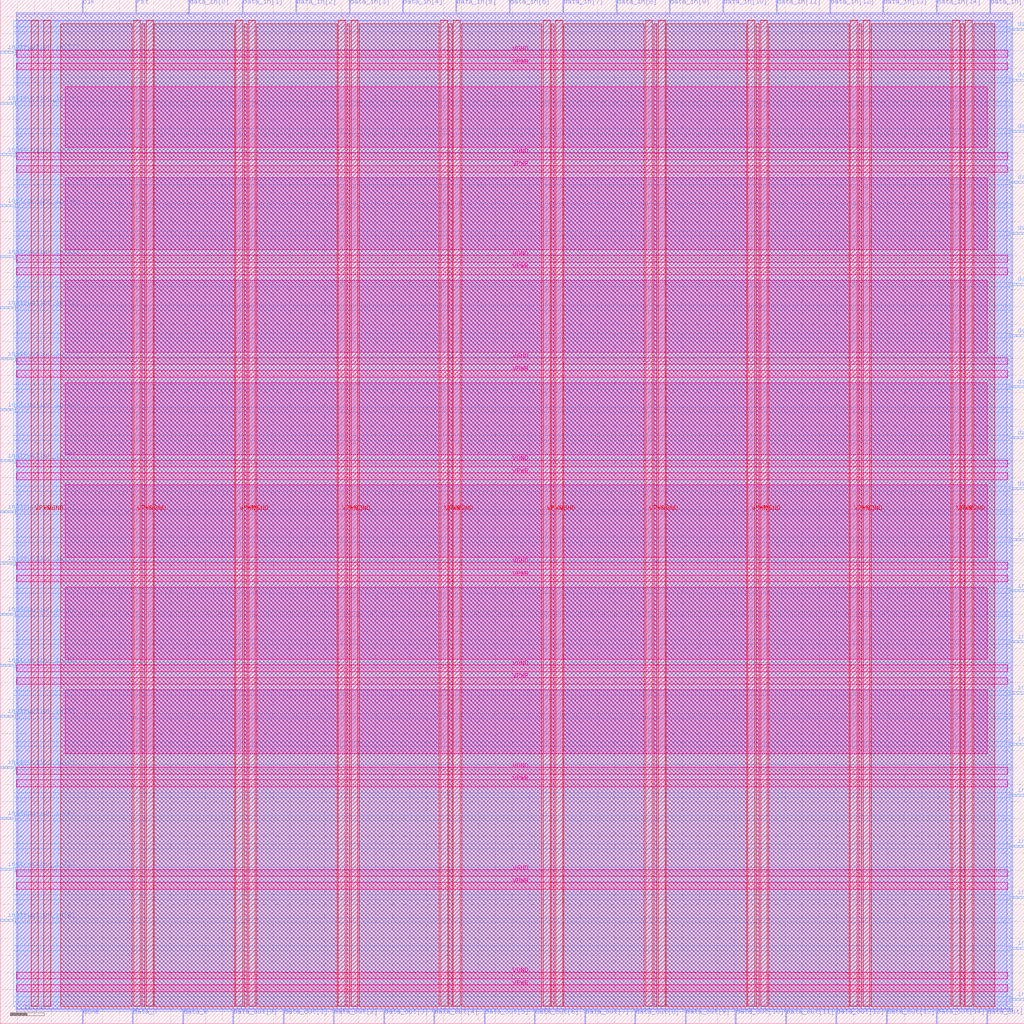
<source format=lef>
VERSION 5.7 ;
  NOWIREEXTENSIONATPIN ON ;
  DIVIDERCHAR "/" ;
  BUSBITCHARS "[]" ;
MACRO simd
  CLASS BLOCK ;
  FOREIGN simd ;
  ORIGIN 0.000 0.000 ;
  SIZE 300.000 BY 300.000 ;
  PIN VGND
    DIRECTION INOUT ;
    USE GROUND ;
    PORT
      LAYER met4 ;
        RECT 12.760 5.200 14.760 294.000 ;
    END
    PORT
      LAYER met4 ;
        RECT 42.760 5.200 44.760 294.000 ;
    END
    PORT
      LAYER met4 ;
        RECT 72.760 5.200 74.760 294.000 ;
    END
    PORT
      LAYER met4 ;
        RECT 102.760 5.200 104.760 294.000 ;
    END
    PORT
      LAYER met4 ;
        RECT 132.760 5.200 134.760 294.000 ;
    END
    PORT
      LAYER met4 ;
        RECT 162.760 5.200 164.760 294.000 ;
    END
    PORT
      LAYER met4 ;
        RECT 192.760 5.200 194.760 294.000 ;
    END
    PORT
      LAYER met4 ;
        RECT 222.760 5.200 224.760 294.000 ;
    END
    PORT
      LAYER met4 ;
        RECT 252.760 5.200 254.760 294.000 ;
    END
    PORT
      LAYER met4 ;
        RECT 282.760 5.200 284.760 294.000 ;
    END
    PORT
      LAYER met5 ;
        RECT 4.820 13.140 295.100 15.140 ;
    END
    PORT
      LAYER met5 ;
        RECT 4.820 43.140 295.100 45.140 ;
    END
    PORT
      LAYER met5 ;
        RECT 4.820 73.140 295.100 75.140 ;
    END
    PORT
      LAYER met5 ;
        RECT 4.820 103.140 295.100 105.140 ;
    END
    PORT
      LAYER met5 ;
        RECT 4.820 133.140 295.100 135.140 ;
    END
    PORT
      LAYER met5 ;
        RECT 4.820 163.140 295.100 165.140 ;
    END
    PORT
      LAYER met5 ;
        RECT 4.820 193.140 295.100 195.140 ;
    END
    PORT
      LAYER met5 ;
        RECT 4.820 223.140 295.100 225.140 ;
    END
    PORT
      LAYER met5 ;
        RECT 4.820 253.140 295.100 255.140 ;
    END
    PORT
      LAYER met5 ;
        RECT 4.820 283.140 295.100 285.140 ;
    END
  END VGND
  PIN VPWR
    DIRECTION INOUT ;
    USE POWER ;
    PORT
      LAYER met4 ;
        RECT 9.060 5.200 11.060 294.000 ;
    END
    PORT
      LAYER met4 ;
        RECT 39.060 5.200 41.060 294.000 ;
    END
    PORT
      LAYER met4 ;
        RECT 69.060 5.200 71.060 294.000 ;
    END
    PORT
      LAYER met4 ;
        RECT 99.060 5.200 101.060 294.000 ;
    END
    PORT
      LAYER met4 ;
        RECT 129.060 5.200 131.060 294.000 ;
    END
    PORT
      LAYER met4 ;
        RECT 159.060 5.200 161.060 294.000 ;
    END
    PORT
      LAYER met4 ;
        RECT 189.060 5.200 191.060 294.000 ;
    END
    PORT
      LAYER met4 ;
        RECT 219.060 5.200 221.060 294.000 ;
    END
    PORT
      LAYER met4 ;
        RECT 249.060 5.200 251.060 294.000 ;
    END
    PORT
      LAYER met4 ;
        RECT 279.060 5.200 281.060 294.000 ;
    END
    PORT
      LAYER met5 ;
        RECT 4.820 9.440 295.100 11.440 ;
    END
    PORT
      LAYER met5 ;
        RECT 4.820 39.440 295.100 41.440 ;
    END
    PORT
      LAYER met5 ;
        RECT 4.820 69.440 295.100 71.440 ;
    END
    PORT
      LAYER met5 ;
        RECT 4.820 99.440 295.100 101.440 ;
    END
    PORT
      LAYER met5 ;
        RECT 4.820 129.440 295.100 131.440 ;
    END
    PORT
      LAYER met5 ;
        RECT 4.820 159.440 295.100 161.440 ;
    END
    PORT
      LAYER met5 ;
        RECT 4.820 189.440 295.100 191.440 ;
    END
    PORT
      LAYER met5 ;
        RECT 4.820 219.440 295.100 221.440 ;
    END
    PORT
      LAYER met5 ;
        RECT 4.820 249.440 295.100 251.440 ;
    END
    PORT
      LAYER met5 ;
        RECT 4.820 279.440 295.100 281.440 ;
    END
  END VPWR
  PIN clk
    DIRECTION INPUT ;
    USE SIGNAL ;
    ANTENNAGATEAREA 0.852000 ;
    PORT
      LAYER met2 ;
        RECT 24.010 296.000 24.290 300.000 ;
    END
  END clk
  PIN data_R
    DIRECTION OUTPUT TRISTATE ;
    USE SIGNAL ;
    ANTENNADIFFAREA 0.340600 ;
    PORT
      LAYER met2 ;
        RECT 38.730 0.000 39.010 4.000 ;
    END
  END data_R
  PIN data_W
    DIRECTION OUTPUT TRISTATE ;
    USE SIGNAL ;
    ANTENNADIFFAREA 0.340600 ;
    PORT
      LAYER met2 ;
        RECT 53.450 0.000 53.730 4.000 ;
    END
  END data_W
  PIN data_address[0]
    DIRECTION OUTPUT TRISTATE ;
    USE SIGNAL ;
    ANTENNADIFFAREA 0.340600 ;
    PORT
      LAYER met3 ;
        RECT 296.000 156.440 300.000 157.040 ;
    END
  END data_address[0]
  PIN data_address[1]
    DIRECTION OUTPUT TRISTATE ;
    USE SIGNAL ;
    ANTENNADIFFAREA 0.340600 ;
    PORT
      LAYER met3 ;
        RECT 296.000 171.400 300.000 172.000 ;
    END
  END data_address[1]
  PIN data_address[2]
    DIRECTION OUTPUT TRISTATE ;
    USE SIGNAL ;
    ANTENNADIFFAREA 0.340600 ;
    PORT
      LAYER met3 ;
        RECT 296.000 186.360 300.000 186.960 ;
    END
  END data_address[2]
  PIN data_address[3]
    DIRECTION OUTPUT TRISTATE ;
    USE SIGNAL ;
    ANTENNADIFFAREA 0.340600 ;
    PORT
      LAYER met3 ;
        RECT 296.000 201.320 300.000 201.920 ;
    END
  END data_address[3]
  PIN data_address[4]
    DIRECTION OUTPUT TRISTATE ;
    USE SIGNAL ;
    ANTENNADIFFAREA 0.340600 ;
    PORT
      LAYER met3 ;
        RECT 296.000 216.280 300.000 216.880 ;
    END
  END data_address[4]
  PIN data_address[5]
    DIRECTION OUTPUT TRISTATE ;
    USE SIGNAL ;
    ANTENNADIFFAREA 0.340600 ;
    PORT
      LAYER met3 ;
        RECT 296.000 231.240 300.000 231.840 ;
    END
  END data_address[5]
  PIN data_address[6]
    DIRECTION OUTPUT TRISTATE ;
    USE SIGNAL ;
    ANTENNADIFFAREA 0.340600 ;
    PORT
      LAYER met3 ;
        RECT 296.000 246.200 300.000 246.800 ;
    END
  END data_address[6]
  PIN data_address[7]
    DIRECTION OUTPUT TRISTATE ;
    USE SIGNAL ;
    ANTENNADIFFAREA 0.340600 ;
    PORT
      LAYER met3 ;
        RECT 296.000 261.160 300.000 261.760 ;
    END
  END data_address[7]
  PIN data_address[8]
    DIRECTION OUTPUT TRISTATE ;
    USE SIGNAL ;
    ANTENNADIFFAREA 0.340600 ;
    PORT
      LAYER met3 ;
        RECT 296.000 276.120 300.000 276.720 ;
    END
  END data_address[8]
  PIN data_address[9]
    DIRECTION OUTPUT TRISTATE ;
    USE SIGNAL ;
    ANTENNADIFFAREA 0.340600 ;
    PORT
      LAYER met3 ;
        RECT 296.000 291.080 300.000 291.680 ;
    END
  END data_address[9]
  PIN data_in[0]
    DIRECTION INPUT ;
    USE SIGNAL ;
    ANTENNAGATEAREA 0.213000 ;
    PORT
      LAYER met2 ;
        RECT 55.290 296.000 55.570 300.000 ;
    END
  END data_in[0]
  PIN data_in[10]
    DIRECTION INPUT ;
    USE SIGNAL ;
    ANTENNAGATEAREA 0.126000 ;
    PORT
      LAYER met2 ;
        RECT 211.690 296.000 211.970 300.000 ;
    END
  END data_in[10]
  PIN data_in[11]
    DIRECTION INPUT ;
    USE SIGNAL ;
    ANTENNAGATEAREA 0.213000 ;
    PORT
      LAYER met2 ;
        RECT 227.330 296.000 227.610 300.000 ;
    END
  END data_in[11]
  PIN data_in[12]
    DIRECTION INPUT ;
    USE SIGNAL ;
    ANTENNAGATEAREA 0.213000 ;
    PORT
      LAYER met2 ;
        RECT 242.970 296.000 243.250 300.000 ;
    END
  END data_in[12]
  PIN data_in[13]
    DIRECTION INPUT ;
    USE SIGNAL ;
    ANTENNAGATEAREA 0.213000 ;
    PORT
      LAYER met2 ;
        RECT 258.610 296.000 258.890 300.000 ;
    END
  END data_in[13]
  PIN data_in[14]
    DIRECTION INPUT ;
    USE SIGNAL ;
    ANTENNAGATEAREA 0.159000 ;
    PORT
      LAYER met2 ;
        RECT 274.250 296.000 274.530 300.000 ;
    END
  END data_in[14]
  PIN data_in[15]
    DIRECTION INPUT ;
    USE SIGNAL ;
    ANTENNAGATEAREA 0.159000 ;
    PORT
      LAYER met2 ;
        RECT 289.890 296.000 290.170 300.000 ;
    END
  END data_in[15]
  PIN data_in[1]
    DIRECTION INPUT ;
    USE SIGNAL ;
    ANTENNAGATEAREA 0.126000 ;
    PORT
      LAYER met2 ;
        RECT 70.930 296.000 71.210 300.000 ;
    END
  END data_in[1]
  PIN data_in[2]
    DIRECTION INPUT ;
    USE SIGNAL ;
    ANTENNAGATEAREA 0.126000 ;
    PORT
      LAYER met2 ;
        RECT 86.570 296.000 86.850 300.000 ;
    END
  END data_in[2]
  PIN data_in[3]
    DIRECTION INPUT ;
    USE SIGNAL ;
    ANTENNAGATEAREA 0.196500 ;
    PORT
      LAYER met2 ;
        RECT 102.210 296.000 102.490 300.000 ;
    END
  END data_in[3]
  PIN data_in[4]
    DIRECTION INPUT ;
    USE SIGNAL ;
    ANTENNAGATEAREA 0.196500 ;
    PORT
      LAYER met2 ;
        RECT 117.850 296.000 118.130 300.000 ;
    END
  END data_in[4]
  PIN data_in[5]
    DIRECTION INPUT ;
    USE SIGNAL ;
    ANTENNAGATEAREA 0.126000 ;
    PORT
      LAYER met2 ;
        RECT 133.490 296.000 133.770 300.000 ;
    END
  END data_in[5]
  PIN data_in[6]
    DIRECTION INPUT ;
    USE SIGNAL ;
    ANTENNAGATEAREA 0.196500 ;
    PORT
      LAYER met2 ;
        RECT 149.130 296.000 149.410 300.000 ;
    END
  END data_in[6]
  PIN data_in[7]
    DIRECTION INPUT ;
    USE SIGNAL ;
    ANTENNAGATEAREA 0.196500 ;
    PORT
      LAYER met2 ;
        RECT 164.770 296.000 165.050 300.000 ;
    END
  END data_in[7]
  PIN data_in[8]
    DIRECTION INPUT ;
    USE SIGNAL ;
    ANTENNAGATEAREA 0.126000 ;
    PORT
      LAYER met2 ;
        RECT 180.410 296.000 180.690 300.000 ;
    END
  END data_in[8]
  PIN data_in[9]
    DIRECTION INPUT ;
    USE SIGNAL ;
    ANTENNAGATEAREA 0.196500 ;
    PORT
      LAYER met2 ;
        RECT 196.050 296.000 196.330 300.000 ;
    END
  END data_in[9]
  PIN data_out[0]
    DIRECTION OUTPUT TRISTATE ;
    USE SIGNAL ;
    ANTENNADIFFAREA 0.340600 ;
    PORT
      LAYER met2 ;
        RECT 68.170 0.000 68.450 4.000 ;
    END
  END data_out[0]
  PIN data_out[10]
    DIRECTION OUTPUT TRISTATE ;
    USE SIGNAL ;
    ANTENNADIFFAREA 0.340600 ;
    PORT
      LAYER met2 ;
        RECT 215.370 0.000 215.650 4.000 ;
    END
  END data_out[10]
  PIN data_out[11]
    DIRECTION OUTPUT TRISTATE ;
    USE SIGNAL ;
    ANTENNADIFFAREA 0.340600 ;
    PORT
      LAYER met2 ;
        RECT 230.090 0.000 230.370 4.000 ;
    END
  END data_out[11]
  PIN data_out[12]
    DIRECTION OUTPUT TRISTATE ;
    USE SIGNAL ;
    ANTENNADIFFAREA 0.340600 ;
    PORT
      LAYER met2 ;
        RECT 244.810 0.000 245.090 4.000 ;
    END
  END data_out[12]
  PIN data_out[13]
    DIRECTION OUTPUT TRISTATE ;
    USE SIGNAL ;
    ANTENNADIFFAREA 0.340600 ;
    PORT
      LAYER met2 ;
        RECT 259.530 0.000 259.810 4.000 ;
    END
  END data_out[13]
  PIN data_out[14]
    DIRECTION OUTPUT TRISTATE ;
    USE SIGNAL ;
    ANTENNADIFFAREA 0.340600 ;
    PORT
      LAYER met2 ;
        RECT 274.250 0.000 274.530 4.000 ;
    END
  END data_out[14]
  PIN data_out[15]
    DIRECTION OUTPUT TRISTATE ;
    USE SIGNAL ;
    ANTENNADIFFAREA 0.340600 ;
    PORT
      LAYER met2 ;
        RECT 288.970 0.000 289.250 4.000 ;
    END
  END data_out[15]
  PIN data_out[1]
    DIRECTION OUTPUT TRISTATE ;
    USE SIGNAL ;
    ANTENNADIFFAREA 0.340600 ;
    PORT
      LAYER met2 ;
        RECT 82.890 0.000 83.170 4.000 ;
    END
  END data_out[1]
  PIN data_out[2]
    DIRECTION OUTPUT TRISTATE ;
    USE SIGNAL ;
    ANTENNADIFFAREA 0.340600 ;
    PORT
      LAYER met2 ;
        RECT 97.610 0.000 97.890 4.000 ;
    END
  END data_out[2]
  PIN data_out[3]
    DIRECTION OUTPUT TRISTATE ;
    USE SIGNAL ;
    ANTENNADIFFAREA 0.340600 ;
    PORT
      LAYER met2 ;
        RECT 112.330 0.000 112.610 4.000 ;
    END
  END data_out[3]
  PIN data_out[4]
    DIRECTION OUTPUT TRISTATE ;
    USE SIGNAL ;
    ANTENNADIFFAREA 0.340600 ;
    PORT
      LAYER met2 ;
        RECT 127.050 0.000 127.330 4.000 ;
    END
  END data_out[4]
  PIN data_out[5]
    DIRECTION OUTPUT TRISTATE ;
    USE SIGNAL ;
    ANTENNADIFFAREA 0.340600 ;
    PORT
      LAYER met2 ;
        RECT 141.770 0.000 142.050 4.000 ;
    END
  END data_out[5]
  PIN data_out[6]
    DIRECTION OUTPUT TRISTATE ;
    USE SIGNAL ;
    ANTENNADIFFAREA 0.340600 ;
    PORT
      LAYER met2 ;
        RECT 156.490 0.000 156.770 4.000 ;
    END
  END data_out[6]
  PIN data_out[7]
    DIRECTION OUTPUT TRISTATE ;
    USE SIGNAL ;
    ANTENNADIFFAREA 0.340600 ;
    PORT
      LAYER met2 ;
        RECT 171.210 0.000 171.490 4.000 ;
    END
  END data_out[7]
  PIN data_out[8]
    DIRECTION OUTPUT TRISTATE ;
    USE SIGNAL ;
    ANTENNADIFFAREA 0.340600 ;
    PORT
      LAYER met2 ;
        RECT 185.930 0.000 186.210 4.000 ;
    END
  END data_out[8]
  PIN data_out[9]
    DIRECTION OUTPUT TRISTATE ;
    USE SIGNAL ;
    ANTENNADIFFAREA 0.340600 ;
    PORT
      LAYER met2 ;
        RECT 200.650 0.000 200.930 4.000 ;
    END
  END data_out[9]
  PIN done
    DIRECTION OUTPUT TRISTATE ;
    USE SIGNAL ;
    ANTENNADIFFAREA 0.340600 ;
    PORT
      LAYER met2 ;
        RECT 24.010 0.000 24.290 4.000 ;
    END
  END done
  PIN instruction_address[0]
    DIRECTION OUTPUT TRISTATE ;
    USE SIGNAL ;
    ANTENNADIFFAREA 0.340600 ;
    PORT
      LAYER met3 ;
        RECT 296.000 6.840 300.000 7.440 ;
    END
  END instruction_address[0]
  PIN instruction_address[1]
    DIRECTION OUTPUT TRISTATE ;
    USE SIGNAL ;
    ANTENNADIFFAREA 0.340600 ;
    PORT
      LAYER met3 ;
        RECT 296.000 21.800 300.000 22.400 ;
    END
  END instruction_address[1]
  PIN instruction_address[2]
    DIRECTION OUTPUT TRISTATE ;
    USE SIGNAL ;
    ANTENNADIFFAREA 0.340600 ;
    PORT
      LAYER met3 ;
        RECT 296.000 36.760 300.000 37.360 ;
    END
  END instruction_address[2]
  PIN instruction_address[3]
    DIRECTION OUTPUT TRISTATE ;
    USE SIGNAL ;
    ANTENNADIFFAREA 0.340600 ;
    PORT
      LAYER met3 ;
        RECT 296.000 51.720 300.000 52.320 ;
    END
  END instruction_address[3]
  PIN instruction_address[4]
    DIRECTION OUTPUT TRISTATE ;
    USE SIGNAL ;
    ANTENNADIFFAREA 0.340600 ;
    PORT
      LAYER met3 ;
        RECT 296.000 66.680 300.000 67.280 ;
    END
  END instruction_address[4]
  PIN instruction_address[5]
    DIRECTION OUTPUT TRISTATE ;
    USE SIGNAL ;
    ANTENNADIFFAREA 0.340600 ;
    PORT
      LAYER met3 ;
        RECT 296.000 81.640 300.000 82.240 ;
    END
  END instruction_address[5]
  PIN instruction_address[6]
    DIRECTION OUTPUT TRISTATE ;
    USE SIGNAL ;
    ANTENNADIFFAREA 0.340600 ;
    PORT
      LAYER met3 ;
        RECT 296.000 96.600 300.000 97.200 ;
    END
  END instruction_address[6]
  PIN instruction_address[7]
    DIRECTION OUTPUT TRISTATE ;
    USE SIGNAL ;
    ANTENNADIFFAREA 0.340600 ;
    PORT
      LAYER met3 ;
        RECT 296.000 111.560 300.000 112.160 ;
    END
  END instruction_address[7]
  PIN instruction_address[8]
    DIRECTION OUTPUT TRISTATE ;
    USE SIGNAL ;
    ANTENNADIFFAREA 0.340600 ;
    PORT
      LAYER met3 ;
        RECT 296.000 126.520 300.000 127.120 ;
    END
  END instruction_address[8]
  PIN instruction_address[9]
    DIRECTION OUTPUT TRISTATE ;
    USE SIGNAL ;
    ANTENNADIFFAREA 0.340600 ;
    PORT
      LAYER met3 ;
        RECT 296.000 141.480 300.000 142.080 ;
    END
  END instruction_address[9]
  PIN instruction_in[0]
    DIRECTION INPUT ;
    USE SIGNAL ;
    ANTENNAGATEAREA 0.196500 ;
    PORT
      LAYER met3 ;
        RECT 0.000 29.960 4.000 30.560 ;
    END
  END instruction_in[0]
  PIN instruction_in[10]
    DIRECTION INPUT ;
    USE SIGNAL ;
    ANTENNAGATEAREA 0.196500 ;
    PORT
      LAYER met3 ;
        RECT 0.000 179.560 4.000 180.160 ;
    END
  END instruction_in[10]
  PIN instruction_in[11]
    DIRECTION INPUT ;
    USE SIGNAL ;
    ANTENNAGATEAREA 0.196500 ;
    PORT
      LAYER met3 ;
        RECT 0.000 194.520 4.000 195.120 ;
    END
  END instruction_in[11]
  PIN instruction_in[12]
    DIRECTION INPUT ;
    USE SIGNAL ;
    ANTENNAGATEAREA 0.196500 ;
    PORT
      LAYER met3 ;
        RECT 0.000 209.480 4.000 210.080 ;
    END
  END instruction_in[12]
  PIN instruction_in[13]
    DIRECTION INPUT ;
    USE SIGNAL ;
    ANTENNAGATEAREA 0.213000 ;
    PORT
      LAYER met3 ;
        RECT 0.000 224.440 4.000 225.040 ;
    END
  END instruction_in[13]
  PIN instruction_in[14]
    DIRECTION INPUT ;
    USE SIGNAL ;
    ANTENNAGATEAREA 0.159000 ;
    PORT
      LAYER met3 ;
        RECT 0.000 239.400 4.000 240.000 ;
    END
  END instruction_in[14]
  PIN instruction_in[15]
    DIRECTION INPUT ;
    USE SIGNAL ;
    ANTENNAGATEAREA 0.159000 ;
    PORT
      LAYER met3 ;
        RECT 0.000 254.360 4.000 254.960 ;
    END
  END instruction_in[15]
  PIN instruction_in[16]
    DIRECTION INPUT ;
    USE SIGNAL ;
    ANTENNAGATEAREA 0.159000 ;
    PORT
      LAYER met3 ;
        RECT 0.000 269.320 4.000 269.920 ;
    END
  END instruction_in[16]
  PIN instruction_in[17]
    DIRECTION INPUT ;
    USE SIGNAL ;
    ANTENNAGATEAREA 0.159000 ;
    PORT
      LAYER met3 ;
        RECT 0.000 284.280 4.000 284.880 ;
    END
  END instruction_in[17]
  PIN instruction_in[1]
    DIRECTION INPUT ;
    USE SIGNAL ;
    ANTENNAGATEAREA 0.196500 ;
    PORT
      LAYER met3 ;
        RECT 0.000 44.920 4.000 45.520 ;
    END
  END instruction_in[1]
  PIN instruction_in[2]
    DIRECTION INPUT ;
    USE SIGNAL ;
    ANTENNAGATEAREA 0.196500 ;
    PORT
      LAYER met3 ;
        RECT 0.000 59.880 4.000 60.480 ;
    END
  END instruction_in[2]
  PIN instruction_in[3]
    DIRECTION INPUT ;
    USE SIGNAL ;
    ANTENNAGATEAREA 0.196500 ;
    PORT
      LAYER met3 ;
        RECT 0.000 74.840 4.000 75.440 ;
    END
  END instruction_in[3]
  PIN instruction_in[4]
    DIRECTION INPUT ;
    USE SIGNAL ;
    ANTENNAGATEAREA 0.196500 ;
    PORT
      LAYER met3 ;
        RECT 0.000 89.800 4.000 90.400 ;
    END
  END instruction_in[4]
  PIN instruction_in[5]
    DIRECTION INPUT ;
    USE SIGNAL ;
    ANTENNAGATEAREA 0.196500 ;
    PORT
      LAYER met3 ;
        RECT 0.000 104.760 4.000 105.360 ;
    END
  END instruction_in[5]
  PIN instruction_in[6]
    DIRECTION INPUT ;
    USE SIGNAL ;
    ANTENNAGATEAREA 0.196500 ;
    PORT
      LAYER met3 ;
        RECT 0.000 119.720 4.000 120.320 ;
    END
  END instruction_in[6]
  PIN instruction_in[7]
    DIRECTION INPUT ;
    USE SIGNAL ;
    ANTENNAGATEAREA 0.196500 ;
    PORT
      LAYER met3 ;
        RECT 0.000 134.680 4.000 135.280 ;
    END
  END instruction_in[7]
  PIN instruction_in[8]
    DIRECTION INPUT ;
    USE SIGNAL ;
    ANTENNAGATEAREA 0.196500 ;
    PORT
      LAYER met3 ;
        RECT 0.000 149.640 4.000 150.240 ;
    END
  END instruction_in[8]
  PIN instruction_in[9]
    DIRECTION INPUT ;
    USE SIGNAL ;
    ANTENNAGATEAREA 0.196500 ;
    PORT
      LAYER met3 ;
        RECT 0.000 164.600 4.000 165.200 ;
    END
  END instruction_in[9]
  PIN rst
    DIRECTION INPUT ;
    USE SIGNAL ;
    ANTENNAGATEAREA 0.213000 ;
    PORT
      LAYER met2 ;
        RECT 39.650 296.000 39.930 300.000 ;
    END
  END rst
  OBS
      LAYER li1 ;
        RECT 5.060 5.355 294.860 293.845 ;
      LAYER met1 ;
        RECT 4.670 4.460 296.630 295.760 ;
      LAYER met2 ;
        RECT 4.690 295.720 23.730 296.210 ;
        RECT 24.570 295.720 39.370 296.210 ;
        RECT 40.210 295.720 55.010 296.210 ;
        RECT 55.850 295.720 70.650 296.210 ;
        RECT 71.490 295.720 86.290 296.210 ;
        RECT 87.130 295.720 101.930 296.210 ;
        RECT 102.770 295.720 117.570 296.210 ;
        RECT 118.410 295.720 133.210 296.210 ;
        RECT 134.050 295.720 148.850 296.210 ;
        RECT 149.690 295.720 164.490 296.210 ;
        RECT 165.330 295.720 180.130 296.210 ;
        RECT 180.970 295.720 195.770 296.210 ;
        RECT 196.610 295.720 211.410 296.210 ;
        RECT 212.250 295.720 227.050 296.210 ;
        RECT 227.890 295.720 242.690 296.210 ;
        RECT 243.530 295.720 258.330 296.210 ;
        RECT 259.170 295.720 273.970 296.210 ;
        RECT 274.810 295.720 289.610 296.210 ;
        RECT 290.450 295.720 296.600 296.210 ;
        RECT 4.690 4.280 296.600 295.720 ;
        RECT 4.690 3.670 23.730 4.280 ;
        RECT 24.570 3.670 38.450 4.280 ;
        RECT 39.290 3.670 53.170 4.280 ;
        RECT 54.010 3.670 67.890 4.280 ;
        RECT 68.730 3.670 82.610 4.280 ;
        RECT 83.450 3.670 97.330 4.280 ;
        RECT 98.170 3.670 112.050 4.280 ;
        RECT 112.890 3.670 126.770 4.280 ;
        RECT 127.610 3.670 141.490 4.280 ;
        RECT 142.330 3.670 156.210 4.280 ;
        RECT 157.050 3.670 170.930 4.280 ;
        RECT 171.770 3.670 185.650 4.280 ;
        RECT 186.490 3.670 200.370 4.280 ;
        RECT 201.210 3.670 215.090 4.280 ;
        RECT 215.930 3.670 229.810 4.280 ;
        RECT 230.650 3.670 244.530 4.280 ;
        RECT 245.370 3.670 259.250 4.280 ;
        RECT 260.090 3.670 273.970 4.280 ;
        RECT 274.810 3.670 288.690 4.280 ;
        RECT 289.530 3.670 296.600 4.280 ;
      LAYER met3 ;
        RECT 3.990 292.080 296.175 293.925 ;
        RECT 3.990 290.680 295.600 292.080 ;
        RECT 3.990 285.280 296.175 290.680 ;
        RECT 4.400 283.880 296.175 285.280 ;
        RECT 3.990 277.120 296.175 283.880 ;
        RECT 3.990 275.720 295.600 277.120 ;
        RECT 3.990 270.320 296.175 275.720 ;
        RECT 4.400 268.920 296.175 270.320 ;
        RECT 3.990 262.160 296.175 268.920 ;
        RECT 3.990 260.760 295.600 262.160 ;
        RECT 3.990 255.360 296.175 260.760 ;
        RECT 4.400 253.960 296.175 255.360 ;
        RECT 3.990 247.200 296.175 253.960 ;
        RECT 3.990 245.800 295.600 247.200 ;
        RECT 3.990 240.400 296.175 245.800 ;
        RECT 4.400 239.000 296.175 240.400 ;
        RECT 3.990 232.240 296.175 239.000 ;
        RECT 3.990 230.840 295.600 232.240 ;
        RECT 3.990 225.440 296.175 230.840 ;
        RECT 4.400 224.040 296.175 225.440 ;
        RECT 3.990 217.280 296.175 224.040 ;
        RECT 3.990 215.880 295.600 217.280 ;
        RECT 3.990 210.480 296.175 215.880 ;
        RECT 4.400 209.080 296.175 210.480 ;
        RECT 3.990 202.320 296.175 209.080 ;
        RECT 3.990 200.920 295.600 202.320 ;
        RECT 3.990 195.520 296.175 200.920 ;
        RECT 4.400 194.120 296.175 195.520 ;
        RECT 3.990 187.360 296.175 194.120 ;
        RECT 3.990 185.960 295.600 187.360 ;
        RECT 3.990 180.560 296.175 185.960 ;
        RECT 4.400 179.160 296.175 180.560 ;
        RECT 3.990 172.400 296.175 179.160 ;
        RECT 3.990 171.000 295.600 172.400 ;
        RECT 3.990 165.600 296.175 171.000 ;
        RECT 4.400 164.200 296.175 165.600 ;
        RECT 3.990 157.440 296.175 164.200 ;
        RECT 3.990 156.040 295.600 157.440 ;
        RECT 3.990 150.640 296.175 156.040 ;
        RECT 4.400 149.240 296.175 150.640 ;
        RECT 3.990 142.480 296.175 149.240 ;
        RECT 3.990 141.080 295.600 142.480 ;
        RECT 3.990 135.680 296.175 141.080 ;
        RECT 4.400 134.280 296.175 135.680 ;
        RECT 3.990 127.520 296.175 134.280 ;
        RECT 3.990 126.120 295.600 127.520 ;
        RECT 3.990 120.720 296.175 126.120 ;
        RECT 4.400 119.320 296.175 120.720 ;
        RECT 3.990 112.560 296.175 119.320 ;
        RECT 3.990 111.160 295.600 112.560 ;
        RECT 3.990 105.760 296.175 111.160 ;
        RECT 4.400 104.360 296.175 105.760 ;
        RECT 3.990 97.600 296.175 104.360 ;
        RECT 3.990 96.200 295.600 97.600 ;
        RECT 3.990 90.800 296.175 96.200 ;
        RECT 4.400 89.400 296.175 90.800 ;
        RECT 3.990 82.640 296.175 89.400 ;
        RECT 3.990 81.240 295.600 82.640 ;
        RECT 3.990 75.840 296.175 81.240 ;
        RECT 4.400 74.440 296.175 75.840 ;
        RECT 3.990 67.680 296.175 74.440 ;
        RECT 3.990 66.280 295.600 67.680 ;
        RECT 3.990 60.880 296.175 66.280 ;
        RECT 4.400 59.480 296.175 60.880 ;
        RECT 3.990 52.720 296.175 59.480 ;
        RECT 3.990 51.320 295.600 52.720 ;
        RECT 3.990 45.920 296.175 51.320 ;
        RECT 4.400 44.520 296.175 45.920 ;
        RECT 3.990 37.760 296.175 44.520 ;
        RECT 3.990 36.360 295.600 37.760 ;
        RECT 3.990 30.960 296.175 36.360 ;
        RECT 4.400 29.560 296.175 30.960 ;
        RECT 3.990 22.800 296.175 29.560 ;
        RECT 3.990 21.400 295.600 22.800 ;
        RECT 3.990 7.840 296.175 21.400 ;
        RECT 3.990 6.440 295.600 7.840 ;
        RECT 3.990 4.935 296.175 6.440 ;
      LAYER met4 ;
        RECT 17.775 4.935 38.660 292.905 ;
        RECT 41.460 4.935 42.360 292.905 ;
        RECT 45.160 4.935 68.660 292.905 ;
        RECT 71.460 4.935 72.360 292.905 ;
        RECT 75.160 4.935 98.660 292.905 ;
        RECT 101.460 4.935 102.360 292.905 ;
        RECT 105.160 4.935 128.660 292.905 ;
        RECT 131.460 4.935 132.360 292.905 ;
        RECT 135.160 4.935 158.660 292.905 ;
        RECT 161.460 4.935 162.360 292.905 ;
        RECT 165.160 4.935 188.660 292.905 ;
        RECT 191.460 4.935 192.360 292.905 ;
        RECT 195.160 4.935 218.660 292.905 ;
        RECT 221.460 4.935 222.360 292.905 ;
        RECT 225.160 4.935 248.660 292.905 ;
        RECT 251.460 4.935 252.360 292.905 ;
        RECT 255.160 4.935 278.660 292.905 ;
        RECT 281.460 4.935 282.360 292.905 ;
        RECT 285.160 4.935 291.345 292.905 ;
      LAYER met5 ;
        RECT 18.980 256.740 289.220 274.500 ;
        RECT 18.980 226.740 289.220 247.840 ;
        RECT 18.980 196.740 289.220 217.840 ;
        RECT 18.980 166.740 289.220 187.840 ;
        RECT 18.980 136.740 289.220 157.840 ;
        RECT 18.980 106.740 289.220 127.840 ;
        RECT 18.980 79.100 289.220 97.840 ;
  END
END simd
END LIBRARY


</source>
